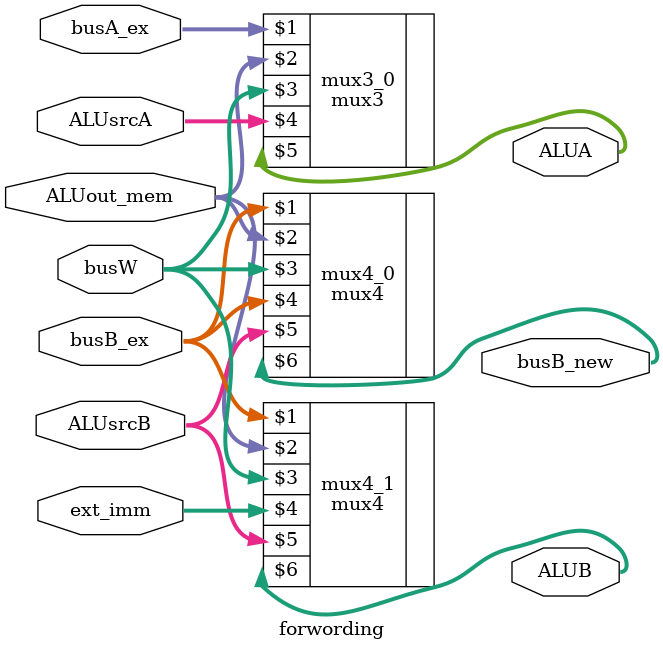
<source format=v>
module forwording(busA_ex,ALUout_mem,busW,ALUsrcA,ALUA,busB_ex,ext_imm,ALUsrcB,ALUB,busB_new);
	input [31:0]busA_ex,ALUout_mem,busW,busB_ex,ext_imm;	//Õý³£Çé¿öex½×¶ÎbusA,BµÄÖµ£¬Á¢¼´ÊýµÄÖµ¡¢ÒÔ¼°ALUout¡¢busWµÄÖµ
	input [1:0]ALUsrcA,ALUsrcB;//ÅÐ¶ÏALUÊÇ·ñÑ¡ÔñÁ¢¼´Êý
	output [31:0]ALUA,ALUB,busB_new;
	mux3 mux3_0(busA_ex,ALUout_mem,busW,ALUsrcA,ALUA);	//ÀûÓÃÑ¡ÔñÆ÷ÅÐ¶Ï×ª·¢ºóALUÁ½¸öÊäÈë¶Ë×îÖÕËùÑ¡ÔñµÄÊý¾Ý
	mux4 mux4_0(busB_ex,ALUout_mem,busW,busB_ex,ALUsrcB,busB_new);
	mux4 mux4_1(busB_ex,ALUout_mem,busW,ext_imm,ALUsrcB,ALUB);
endmodule

</source>
